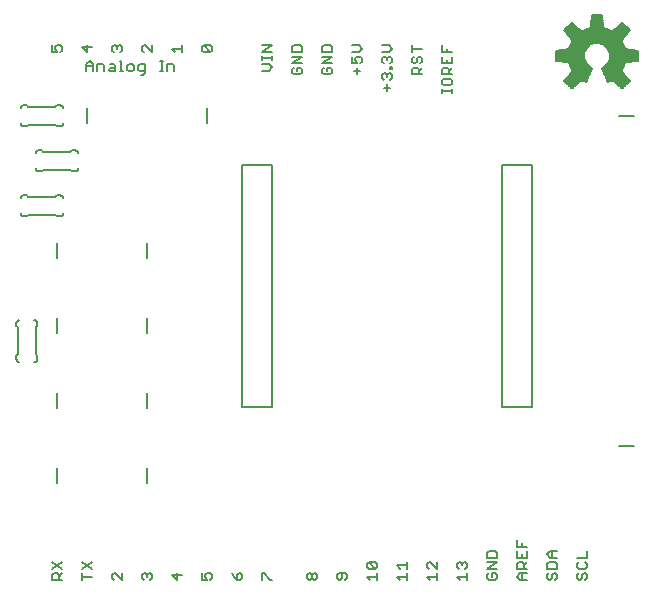
<source format=gto>
G75*
%MOIN*%
%OFA0B0*%
%FSLAX24Y24*%
%IPPOS*%
%LPD*%
%AMOC8*
5,1,8,0,0,1.08239X$1,22.5*
%
%ADD10C,0.0060*%
%ADD11C,0.0059*%
%ADD12C,0.0080*%
D10*
X008930Y007630D02*
X008930Y007800D01*
X008986Y007857D01*
X009100Y007857D01*
X009157Y007800D01*
X009157Y007630D01*
X009270Y007630D02*
X008930Y007630D01*
X009157Y007743D02*
X009270Y007857D01*
X009270Y007998D02*
X008930Y008225D01*
X008930Y007998D02*
X009270Y008225D01*
X009930Y008225D02*
X010270Y007998D01*
X010270Y008225D02*
X009930Y007998D01*
X009930Y007857D02*
X009930Y007630D01*
X009930Y007743D02*
X010270Y007743D01*
X010930Y007687D02*
X010986Y007630D01*
X010930Y007687D02*
X010930Y007800D01*
X010986Y007857D01*
X011043Y007857D01*
X011270Y007630D01*
X011270Y007857D01*
X011930Y007800D02*
X011986Y007857D01*
X012043Y007857D01*
X012100Y007800D01*
X012157Y007857D01*
X012213Y007857D01*
X012270Y007800D01*
X012270Y007687D01*
X012213Y007630D01*
X012100Y007743D02*
X012100Y007800D01*
X011930Y007800D02*
X011930Y007687D01*
X011986Y007630D01*
X012930Y007800D02*
X013100Y007630D01*
X013100Y007857D01*
X013270Y007800D02*
X012930Y007800D01*
X013930Y007857D02*
X013930Y007630D01*
X014100Y007630D01*
X014043Y007743D01*
X014043Y007800D01*
X014100Y007857D01*
X014213Y007857D01*
X014270Y007800D01*
X014270Y007687D01*
X014213Y007630D01*
X014930Y007857D02*
X014986Y007743D01*
X015100Y007630D01*
X015100Y007800D01*
X015157Y007857D01*
X015213Y007857D01*
X015270Y007800D01*
X015270Y007687D01*
X015213Y007630D01*
X015100Y007630D01*
X015930Y007630D02*
X015930Y007857D01*
X015986Y007857D01*
X016213Y007630D01*
X016270Y007630D01*
X017430Y007687D02*
X017430Y007800D01*
X017486Y007857D01*
X017543Y007857D01*
X017600Y007800D01*
X017600Y007687D01*
X017543Y007630D01*
X017486Y007630D01*
X017430Y007687D01*
X017600Y007687D02*
X017657Y007630D01*
X017713Y007630D01*
X017770Y007687D01*
X017770Y007800D01*
X017713Y007857D01*
X017657Y007857D01*
X017600Y007800D01*
X018430Y007800D02*
X018430Y007687D01*
X018486Y007630D01*
X018543Y007630D01*
X018600Y007687D01*
X018600Y007857D01*
X018713Y007857D02*
X018486Y007857D01*
X018430Y007800D01*
X018713Y007857D02*
X018770Y007800D01*
X018770Y007687D01*
X018713Y007630D01*
X019430Y007743D02*
X019770Y007743D01*
X019770Y007630D02*
X019770Y007857D01*
X019713Y007998D02*
X019486Y008225D01*
X019713Y008225D01*
X019770Y008168D01*
X019770Y008055D01*
X019713Y007998D01*
X019486Y007998D01*
X019430Y008055D01*
X019430Y008168D01*
X019486Y008225D01*
X019430Y007743D02*
X019543Y007630D01*
X020430Y007743D02*
X020770Y007743D01*
X020770Y007630D02*
X020770Y007857D01*
X020770Y007998D02*
X020770Y008225D01*
X020770Y008112D02*
X020430Y008112D01*
X020543Y007998D01*
X020430Y007743D02*
X020543Y007630D01*
X021430Y007743D02*
X021770Y007743D01*
X021770Y007630D02*
X021770Y007857D01*
X021770Y007998D02*
X021543Y008225D01*
X021486Y008225D01*
X021430Y008168D01*
X021430Y008055D01*
X021486Y007998D01*
X021430Y007743D02*
X021543Y007630D01*
X021770Y007998D02*
X021770Y008225D01*
X022430Y008168D02*
X022486Y008225D01*
X022543Y008225D01*
X022600Y008168D01*
X022657Y008225D01*
X022713Y008225D01*
X022770Y008168D01*
X022770Y008055D01*
X022713Y007998D01*
X022770Y007857D02*
X022770Y007630D01*
X022770Y007743D02*
X022430Y007743D01*
X022543Y007630D01*
X022486Y007998D02*
X022430Y008055D01*
X022430Y008168D01*
X022600Y008168D02*
X022600Y008112D01*
X023430Y008225D02*
X023770Y008225D01*
X023430Y007998D01*
X023770Y007998D01*
X023713Y007857D02*
X023600Y007857D01*
X023600Y007743D01*
X023713Y007630D02*
X023770Y007687D01*
X023770Y007800D01*
X023713Y007857D01*
X023486Y007857D02*
X023430Y007800D01*
X023430Y007687D01*
X023486Y007630D01*
X023713Y007630D01*
X024430Y007743D02*
X024543Y007857D01*
X024770Y007857D01*
X024770Y007998D02*
X024430Y007998D01*
X024430Y008168D01*
X024486Y008225D01*
X024600Y008225D01*
X024657Y008168D01*
X024657Y007998D01*
X024657Y008112D02*
X024770Y008225D01*
X024770Y008367D02*
X024430Y008367D01*
X024430Y008593D01*
X024430Y008735D02*
X024430Y008962D01*
X024600Y008848D02*
X024600Y008735D01*
X024770Y008735D02*
X024430Y008735D01*
X024600Y008480D02*
X024600Y008367D01*
X024770Y008367D02*
X024770Y008593D01*
X025430Y008480D02*
X025543Y008593D01*
X025770Y008593D01*
X025600Y008593D02*
X025600Y008367D01*
X025543Y008367D02*
X025430Y008480D01*
X025543Y008367D02*
X025770Y008367D01*
X025713Y008225D02*
X025486Y008225D01*
X025430Y008168D01*
X025430Y007998D01*
X025770Y007998D01*
X025770Y008168D01*
X025713Y008225D01*
X025713Y007857D02*
X025770Y007800D01*
X025770Y007687D01*
X025713Y007630D01*
X025600Y007687D02*
X025600Y007800D01*
X025657Y007857D01*
X025713Y007857D01*
X025600Y007687D02*
X025543Y007630D01*
X025486Y007630D01*
X025430Y007687D01*
X025430Y007800D01*
X025486Y007857D01*
X024770Y007630D02*
X024543Y007630D01*
X024430Y007743D01*
X024600Y007630D02*
X024600Y007857D01*
X023770Y008367D02*
X023770Y008537D01*
X023713Y008593D01*
X023486Y008593D01*
X023430Y008537D01*
X023430Y008367D01*
X023770Y008367D01*
X026430Y008367D02*
X026770Y008367D01*
X026770Y008593D01*
X026713Y008225D02*
X026770Y008168D01*
X026770Y008055D01*
X026713Y007998D01*
X026486Y007998D01*
X026430Y008055D01*
X026430Y008168D01*
X026486Y008225D01*
X026486Y007857D02*
X026430Y007800D01*
X026430Y007687D01*
X026486Y007630D01*
X026543Y007630D01*
X026600Y007687D01*
X026600Y007800D01*
X026657Y007857D01*
X026713Y007857D01*
X026770Y007800D01*
X026770Y007687D01*
X026713Y007630D01*
X009700Y021250D02*
X009600Y021250D01*
X009550Y021300D01*
X008650Y021300D01*
X008600Y021250D01*
X008500Y021250D01*
X008483Y021252D01*
X008466Y021256D01*
X008450Y021263D01*
X008436Y021273D01*
X008423Y021286D01*
X008413Y021300D01*
X008406Y021316D01*
X008402Y021333D01*
X008400Y021350D01*
X008400Y021850D02*
X008402Y021867D01*
X008406Y021884D01*
X008413Y021900D01*
X008423Y021914D01*
X008436Y021927D01*
X008450Y021937D01*
X008466Y021944D01*
X008483Y021948D01*
X008500Y021950D01*
X008600Y021950D01*
X008650Y021900D01*
X009550Y021900D01*
X009600Y021950D01*
X009700Y021950D01*
X009717Y021948D01*
X009734Y021944D01*
X009750Y021937D01*
X009764Y021927D01*
X009777Y021914D01*
X009787Y021900D01*
X009794Y021884D01*
X009798Y021867D01*
X009800Y021850D01*
X009800Y021350D02*
X009798Y021333D01*
X009794Y021316D01*
X009787Y021300D01*
X009777Y021286D01*
X009764Y021273D01*
X009750Y021263D01*
X009734Y021256D01*
X009717Y021252D01*
X009700Y021250D01*
X009200Y020450D02*
X009100Y020450D01*
X009050Y020400D01*
X008150Y020400D01*
X008100Y020450D01*
X008000Y020450D01*
X007983Y020448D01*
X007966Y020444D01*
X007950Y020437D01*
X007936Y020427D01*
X007923Y020414D01*
X007913Y020400D01*
X007906Y020384D01*
X007902Y020367D01*
X007900Y020350D01*
X007900Y019850D02*
X007902Y019833D01*
X007906Y019816D01*
X007913Y019800D01*
X007923Y019786D01*
X007936Y019773D01*
X007950Y019763D01*
X007966Y019756D01*
X007983Y019752D01*
X008000Y019750D01*
X008100Y019750D01*
X008150Y019800D01*
X009050Y019800D01*
X009100Y019750D01*
X009200Y019750D01*
X009217Y019752D01*
X009234Y019756D01*
X009250Y019763D01*
X009264Y019773D01*
X009277Y019786D01*
X009287Y019800D01*
X009294Y019816D01*
X009298Y019833D01*
X009300Y019850D01*
X009300Y020350D02*
X009298Y020367D01*
X009294Y020384D01*
X009287Y020400D01*
X009277Y020414D01*
X009264Y020427D01*
X009250Y020437D01*
X009234Y020444D01*
X009217Y020448D01*
X009200Y020450D01*
X009200Y022750D02*
X009100Y022750D01*
X009050Y022800D01*
X008150Y022800D01*
X008100Y022750D01*
X008000Y022750D01*
X007983Y022752D01*
X007966Y022756D01*
X007950Y022763D01*
X007936Y022773D01*
X007923Y022786D01*
X007913Y022800D01*
X007906Y022816D01*
X007902Y022833D01*
X007900Y022850D01*
X007900Y023350D02*
X007902Y023367D01*
X007906Y023384D01*
X007913Y023400D01*
X007923Y023414D01*
X007936Y023427D01*
X007950Y023437D01*
X007966Y023444D01*
X007983Y023448D01*
X008000Y023450D01*
X008100Y023450D01*
X008150Y023400D01*
X009050Y023400D01*
X009100Y023450D01*
X009200Y023450D01*
X009217Y023448D01*
X009234Y023444D01*
X009250Y023437D01*
X009264Y023427D01*
X009277Y023414D01*
X009287Y023400D01*
X009294Y023384D01*
X009298Y023367D01*
X009300Y023350D01*
X009300Y022850D02*
X009298Y022833D01*
X009294Y022816D01*
X009287Y022800D01*
X009277Y022786D01*
X009264Y022773D01*
X009250Y022763D01*
X009234Y022756D01*
X009217Y022752D01*
X009200Y022750D01*
X010080Y024585D02*
X010080Y024812D01*
X010193Y024925D01*
X010307Y024812D01*
X010307Y024585D01*
X010448Y024585D02*
X010448Y024812D01*
X010618Y024812D01*
X010675Y024755D01*
X010675Y024585D01*
X010817Y024642D02*
X010873Y024698D01*
X011043Y024698D01*
X011043Y024755D02*
X011043Y024585D01*
X010873Y024585D01*
X010817Y024642D01*
X010873Y024812D02*
X010987Y024812D01*
X011043Y024755D01*
X011185Y024585D02*
X011298Y024585D01*
X011242Y024585D02*
X011242Y024925D01*
X011185Y024925D01*
X011213Y025217D02*
X011270Y025273D01*
X011270Y025387D01*
X011213Y025444D01*
X011157Y025444D01*
X011100Y025387D01*
X011100Y025330D01*
X011100Y025387D02*
X011043Y025444D01*
X010986Y025444D01*
X010930Y025387D01*
X010930Y025273D01*
X010986Y025217D01*
X011430Y024755D02*
X011430Y024642D01*
X011487Y024585D01*
X011601Y024585D01*
X011657Y024642D01*
X011657Y024755D01*
X011601Y024812D01*
X011487Y024812D01*
X011430Y024755D01*
X011799Y024755D02*
X011799Y024642D01*
X011856Y024585D01*
X012026Y024585D01*
X012026Y024528D02*
X012026Y024812D01*
X011856Y024812D01*
X011799Y024755D01*
X011912Y024472D02*
X011969Y024472D01*
X012026Y024528D01*
X012535Y024585D02*
X012649Y024585D01*
X012592Y024585D02*
X012592Y024925D01*
X012535Y024925D02*
X012649Y024925D01*
X012781Y024812D02*
X012781Y024585D01*
X013008Y024585D02*
X013008Y024755D01*
X012951Y024812D01*
X012781Y024812D01*
X013043Y025217D02*
X012930Y025330D01*
X013270Y025330D01*
X013270Y025217D02*
X013270Y025444D01*
X013930Y025387D02*
X013930Y025273D01*
X013986Y025217D01*
X014213Y025217D01*
X013986Y025444D01*
X014213Y025444D01*
X014270Y025387D01*
X014270Y025273D01*
X014213Y025217D01*
X013986Y025444D02*
X013930Y025387D01*
X012270Y025444D02*
X012270Y025217D01*
X012043Y025444D01*
X011986Y025444D01*
X011930Y025387D01*
X011930Y025273D01*
X011986Y025217D01*
X010307Y024755D02*
X010080Y024755D01*
X010100Y025217D02*
X010100Y025444D01*
X010270Y025387D02*
X009930Y025387D01*
X010100Y025217D01*
X009270Y025273D02*
X009213Y025217D01*
X009270Y025273D02*
X009270Y025387D01*
X009213Y025444D01*
X009100Y025444D01*
X009043Y025387D01*
X009043Y025330D01*
X009100Y025217D01*
X008930Y025217D01*
X008930Y025444D01*
X015930Y025444D02*
X016270Y025444D01*
X015930Y025217D01*
X016270Y025217D01*
X016270Y025085D02*
X016270Y024971D01*
X016270Y025028D02*
X015930Y025028D01*
X015930Y024971D02*
X015930Y025085D01*
X015930Y024830D02*
X016157Y024830D01*
X016270Y024716D01*
X016157Y024603D01*
X015930Y024603D01*
X016930Y024650D02*
X016930Y024537D01*
X016986Y024480D01*
X017213Y024480D01*
X017270Y024537D01*
X017270Y024650D01*
X017213Y024707D01*
X017100Y024707D01*
X017100Y024593D01*
X016986Y024707D02*
X016930Y024650D01*
X016930Y024848D02*
X017270Y025075D01*
X016930Y025075D01*
X016930Y025217D02*
X016930Y025387D01*
X016986Y025444D01*
X017213Y025444D01*
X017270Y025387D01*
X017270Y025217D01*
X016930Y025217D01*
X016930Y024848D02*
X017270Y024848D01*
X017930Y024848D02*
X018270Y025075D01*
X017930Y025075D01*
X017930Y025217D02*
X017930Y025387D01*
X017986Y025444D01*
X018213Y025444D01*
X018270Y025387D01*
X018270Y025217D01*
X017930Y025217D01*
X017930Y024848D02*
X018270Y024848D01*
X018213Y024707D02*
X018100Y024707D01*
X018100Y024593D01*
X018213Y024480D02*
X017986Y024480D01*
X017930Y024537D01*
X017930Y024650D01*
X017986Y024707D01*
X018213Y024707D02*
X018270Y024650D01*
X018270Y024537D01*
X018213Y024480D01*
X018986Y024593D02*
X019213Y024593D01*
X019100Y024480D02*
X019100Y024707D01*
X019100Y024848D02*
X018930Y024848D01*
X018930Y025075D01*
X019043Y025019D02*
X019100Y025075D01*
X019213Y025075D01*
X019270Y025019D01*
X019270Y024905D01*
X019213Y024848D01*
X019100Y024848D02*
X019043Y024962D01*
X019043Y025019D01*
X018930Y025217D02*
X019157Y025217D01*
X019270Y025330D01*
X019157Y025444D01*
X018930Y025444D01*
X019930Y025444D02*
X020157Y025444D01*
X020270Y025330D01*
X020157Y025217D01*
X019930Y025217D01*
X019986Y025075D02*
X020043Y025075D01*
X020100Y025019D01*
X020157Y025075D01*
X020213Y025075D01*
X020270Y025019D01*
X020270Y024905D01*
X020213Y024848D01*
X020213Y024721D02*
X020270Y024721D01*
X020270Y024664D01*
X020213Y024664D01*
X020213Y024721D01*
X020213Y024523D02*
X020270Y024466D01*
X020270Y024353D01*
X020213Y024296D01*
X020100Y024409D02*
X020100Y024466D01*
X020157Y024523D01*
X020213Y024523D01*
X020100Y024466D02*
X020043Y024523D01*
X019986Y024523D01*
X019930Y024466D01*
X019930Y024353D01*
X019986Y024296D01*
X020100Y024154D02*
X020100Y023928D01*
X020213Y024041D02*
X019986Y024041D01*
X020930Y024480D02*
X020930Y024650D01*
X020986Y024707D01*
X021100Y024707D01*
X021157Y024650D01*
X021157Y024480D01*
X021270Y024480D02*
X020930Y024480D01*
X021157Y024593D02*
X021270Y024707D01*
X021213Y024848D02*
X021270Y024905D01*
X021270Y025019D01*
X021213Y025075D01*
X021157Y025075D01*
X021100Y025019D01*
X021100Y024905D01*
X021043Y024848D01*
X020986Y024848D01*
X020930Y024905D01*
X020930Y025019D01*
X020986Y025075D01*
X020930Y025217D02*
X020930Y025444D01*
X020930Y025330D02*
X021270Y025330D01*
X021930Y025217D02*
X021930Y025444D01*
X022100Y025330D02*
X022100Y025217D01*
X022270Y025217D02*
X021930Y025217D01*
X021930Y025075D02*
X021930Y024848D01*
X022270Y024848D01*
X022270Y025075D01*
X022100Y024962D02*
X022100Y024848D01*
X022100Y024707D02*
X022157Y024650D01*
X022157Y024480D01*
X022270Y024480D02*
X021930Y024480D01*
X021930Y024650D01*
X021986Y024707D01*
X022100Y024707D01*
X022157Y024593D02*
X022270Y024707D01*
X022213Y024339D02*
X021986Y024339D01*
X021930Y024282D01*
X021930Y024168D01*
X021986Y024112D01*
X022213Y024112D01*
X022270Y024168D01*
X022270Y024282D01*
X022213Y024339D01*
X022270Y023980D02*
X022270Y023866D01*
X022270Y023923D02*
X021930Y023923D01*
X021930Y023866D02*
X021930Y023980D01*
X020100Y024962D02*
X020100Y025019D01*
X019986Y025075D02*
X019930Y025019D01*
X019930Y024905D01*
X019986Y024848D01*
X008450Y016200D02*
X008450Y016100D01*
X008400Y016050D01*
X008400Y015150D01*
X008450Y015100D01*
X008450Y015000D01*
X008448Y014983D01*
X008444Y014966D01*
X008437Y014950D01*
X008427Y014936D01*
X008414Y014923D01*
X008400Y014913D01*
X008384Y014906D01*
X008367Y014902D01*
X008350Y014900D01*
X007850Y014900D02*
X007833Y014902D01*
X007816Y014906D01*
X007800Y014913D01*
X007786Y014923D01*
X007773Y014936D01*
X007763Y014950D01*
X007756Y014966D01*
X007752Y014983D01*
X007750Y015000D01*
X007750Y015100D01*
X007800Y015150D01*
X007800Y016050D01*
X007750Y016100D01*
X007750Y016200D01*
X007752Y016217D01*
X007756Y016234D01*
X007763Y016250D01*
X007773Y016264D01*
X007786Y016277D01*
X007800Y016287D01*
X007816Y016294D01*
X007833Y016298D01*
X007850Y016300D01*
X008350Y016300D02*
X008367Y016298D01*
X008384Y016294D01*
X008400Y016287D01*
X008414Y016277D01*
X008427Y016264D01*
X008437Y016250D01*
X008444Y016234D01*
X008448Y016217D01*
X008450Y016200D01*
D11*
X026014Y024252D02*
X026252Y024014D01*
X026598Y024297D01*
X026666Y024258D01*
X026737Y024225D01*
X026935Y024702D01*
X026871Y024735D01*
X026813Y024779D01*
X026763Y024832D01*
X026723Y024892D01*
X026694Y024958D01*
X026675Y025028D01*
X026669Y025100D01*
X026677Y025180D01*
X026699Y025258D01*
X026736Y025330D01*
X026785Y025394D01*
X026846Y025448D01*
X026915Y025489D01*
X026991Y025517D01*
X027071Y025530D01*
X027151Y025528D01*
X027230Y025510D01*
X027305Y025479D01*
X027372Y025434D01*
X027429Y025377D01*
X027475Y025311D01*
X027508Y025237D01*
X027527Y025159D01*
X027530Y025078D01*
X027518Y024998D01*
X027492Y024922D01*
X027452Y024852D01*
X027399Y024790D01*
X027336Y024740D01*
X027265Y024702D01*
X027463Y024225D01*
X027534Y024258D01*
X027602Y024297D01*
X027948Y024014D01*
X028186Y024252D01*
X027903Y024598D01*
X027954Y024690D01*
X027994Y024786D01*
X028023Y024887D01*
X028468Y024932D01*
X028468Y025268D01*
X028023Y025313D01*
X027994Y025414D01*
X027954Y025510D01*
X027903Y025602D01*
X028186Y025948D01*
X027948Y026186D01*
X027602Y025903D01*
X027510Y025954D01*
X027414Y025994D01*
X027313Y026023D01*
X027268Y026468D01*
X026932Y026468D01*
X026887Y026023D01*
X026786Y025994D01*
X026690Y025954D01*
X026598Y025903D01*
X026252Y026186D01*
X026014Y025948D01*
X026297Y025602D01*
X026246Y025510D01*
X026206Y025414D01*
X026177Y025313D01*
X025732Y025268D01*
X025732Y024932D01*
X026177Y024887D01*
X026206Y024786D01*
X026246Y024690D01*
X026297Y024598D01*
X026014Y024252D01*
X026032Y024273D02*
X026569Y024273D01*
X026639Y024273D02*
X026758Y024273D01*
X026781Y024331D02*
X026079Y024331D01*
X026126Y024388D02*
X026805Y024388D01*
X026829Y024446D02*
X026173Y024446D01*
X026220Y024503D02*
X026853Y024503D01*
X026877Y024561D02*
X026266Y024561D01*
X026285Y024619D02*
X026901Y024619D01*
X026924Y024676D02*
X026254Y024676D01*
X026228Y024734D02*
X026874Y024734D01*
X026801Y024791D02*
X026205Y024791D01*
X026188Y024849D02*
X026752Y024849D01*
X026717Y024906D02*
X025985Y024906D01*
X025732Y024964D02*
X026692Y024964D01*
X026677Y025021D02*
X025732Y025021D01*
X025732Y025079D02*
X026671Y025079D01*
X026673Y025137D02*
X025732Y025137D01*
X025732Y025194D02*
X026681Y025194D01*
X026698Y025252D02*
X025732Y025252D01*
X026139Y025309D02*
X026725Y025309D01*
X026764Y025367D02*
X026192Y025367D01*
X026211Y025424D02*
X026820Y025424D01*
X026903Y025482D02*
X026234Y025482D01*
X026262Y025539D02*
X027938Y025539D01*
X027966Y025482D02*
X027298Y025482D01*
X027382Y025424D02*
X027989Y025424D01*
X028008Y025367D02*
X027437Y025367D01*
X027476Y025309D02*
X028061Y025309D01*
X027906Y025597D02*
X026294Y025597D01*
X026254Y025655D02*
X027946Y025655D01*
X027993Y025712D02*
X026207Y025712D01*
X026160Y025770D02*
X028040Y025770D01*
X028087Y025827D02*
X026113Y025827D01*
X026066Y025885D02*
X028134Y025885D01*
X028181Y025942D02*
X027650Y025942D01*
X027720Y026000D02*
X028134Y026000D01*
X028077Y026057D02*
X027791Y026057D01*
X027862Y026115D02*
X028019Y026115D01*
X027962Y026173D02*
X027932Y026173D01*
X027531Y025942D02*
X026669Y025942D01*
X026550Y025942D02*
X026019Y025942D01*
X026066Y026000D02*
X026480Y026000D01*
X026409Y026057D02*
X026123Y026057D01*
X026181Y026115D02*
X026338Y026115D01*
X026268Y026173D02*
X026238Y026173D01*
X026807Y026000D02*
X027393Y026000D01*
X027310Y026057D02*
X026890Y026057D01*
X026896Y026115D02*
X027304Y026115D01*
X027298Y026173D02*
X026902Y026173D01*
X026908Y026230D02*
X027292Y026230D01*
X027286Y026288D02*
X026914Y026288D01*
X026920Y026345D02*
X027280Y026345D01*
X027275Y026403D02*
X026925Y026403D01*
X026931Y026460D02*
X027269Y026460D01*
X027502Y025252D02*
X028468Y025252D01*
X028468Y025194D02*
X027518Y025194D01*
X027528Y025137D02*
X028468Y025137D01*
X028468Y025079D02*
X027530Y025079D01*
X027522Y025021D02*
X028468Y025021D01*
X028468Y024964D02*
X027507Y024964D01*
X027483Y024906D02*
X028215Y024906D01*
X028012Y024849D02*
X027449Y024849D01*
X027400Y024791D02*
X027995Y024791D01*
X027972Y024734D02*
X027324Y024734D01*
X027276Y024676D02*
X027946Y024676D01*
X027915Y024619D02*
X027299Y024619D01*
X027323Y024561D02*
X027934Y024561D01*
X027980Y024503D02*
X027347Y024503D01*
X027371Y024446D02*
X028027Y024446D01*
X028074Y024388D02*
X027395Y024388D01*
X027419Y024331D02*
X028121Y024331D01*
X028168Y024273D02*
X027631Y024273D01*
X027561Y024273D02*
X027442Y024273D01*
X027701Y024216D02*
X028150Y024216D01*
X028092Y024158D02*
X027772Y024158D01*
X027842Y024101D02*
X028035Y024101D01*
X027977Y024043D02*
X027913Y024043D01*
X026499Y024216D02*
X026050Y024216D01*
X026108Y024158D02*
X026428Y024158D01*
X026358Y024101D02*
X026165Y024101D01*
X026223Y024043D02*
X026287Y024043D01*
D12*
X027850Y023100D02*
X028350Y023100D01*
X024923Y021466D02*
X024923Y013395D01*
X023939Y013395D01*
X023939Y021466D01*
X024923Y021466D01*
X016261Y021466D02*
X016261Y013395D01*
X015277Y013395D01*
X015277Y021466D01*
X016261Y021466D01*
X014100Y022850D02*
X014100Y023350D01*
X010100Y023350D02*
X010100Y022850D01*
X009100Y018850D02*
X009100Y018350D01*
X009100Y016350D02*
X009100Y015850D01*
X009100Y013850D02*
X009100Y013350D01*
X009100Y011350D02*
X009100Y010850D01*
X012100Y010850D02*
X012100Y011350D01*
X012100Y013350D02*
X012100Y013850D01*
X012100Y015850D02*
X012100Y016350D01*
X012100Y018350D02*
X012100Y018850D01*
X027850Y012100D02*
X028350Y012100D01*
M02*

</source>
